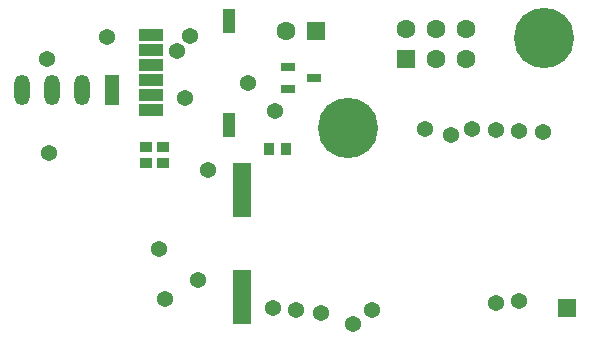
<source format=gts>
G04 Layer_Color=8388736*
%FSLAX25Y25*%
%MOIN*%
G70*
G01*
G75*
%ADD33R,0.04928X0.02762*%
%ADD34R,0.08274X0.03943*%
%ADD35R,0.03943X0.08274*%
%ADD36R,0.06305X0.18116*%
%ADD37R,0.03943X0.03550*%
%ADD38R,0.03550X0.03943*%
%ADD39C,0.20085*%
%ADD40R,0.05124X0.10243*%
%ADD41O,0.05124X0.10243*%
%ADD42R,0.06305X0.06305*%
%ADD43C,0.06305*%
%ADD44C,0.05400*%
D33*
X97933Y90354D02*
D03*
Y82874D02*
D03*
X106791Y86614D02*
D03*
D34*
X52362Y75827D02*
D03*
Y80827D02*
D03*
Y85827D02*
D03*
Y90827D02*
D03*
Y95827D02*
D03*
Y100827D02*
D03*
D35*
X78347Y71102D02*
D03*
Y105748D02*
D03*
D36*
X82677Y49409D02*
D03*
Y13583D02*
D03*
D37*
X56299Y63779D02*
D03*
Y58268D02*
D03*
X50787Y63779D02*
D03*
Y58268D02*
D03*
D38*
X91732Y62992D02*
D03*
X97244D02*
D03*
D39*
X118110Y70079D02*
D03*
X183465Y100000D02*
D03*
D40*
X39291Y82677D02*
D03*
D41*
X29291D02*
D03*
X19291D02*
D03*
X9291D02*
D03*
D42*
X107362Y102362D02*
D03*
X190945Y9843D02*
D03*
X137244Y93150D02*
D03*
D43*
X97362Y102362D02*
D03*
X157244Y103150D02*
D03*
Y93150D02*
D03*
X147244Y103150D02*
D03*
Y93150D02*
D03*
X137244Y103150D02*
D03*
D44*
X63779Y79921D02*
D03*
X143701Y69685D02*
D03*
X57087Y12992D02*
D03*
X68110Y19291D02*
D03*
X100787Y9449D02*
D03*
X109055Y8268D02*
D03*
X92913Y9843D02*
D03*
X55118Y29528D02*
D03*
X159449Y69685D02*
D03*
X167323Y69291D02*
D03*
X175197Y68898D02*
D03*
X183071Y68504D02*
D03*
X119685Y4724D02*
D03*
X175197Y12205D02*
D03*
X125984Y9449D02*
D03*
X167323Y11811D02*
D03*
X152362Y67716D02*
D03*
X84646Y85039D02*
D03*
X18504Y61811D02*
D03*
X71260Y55905D02*
D03*
X37795Y100394D02*
D03*
X17717Y92913D02*
D03*
X60984Y95709D02*
D03*
X65276Y100709D02*
D03*
X93701Y75590D02*
D03*
M02*

</source>
